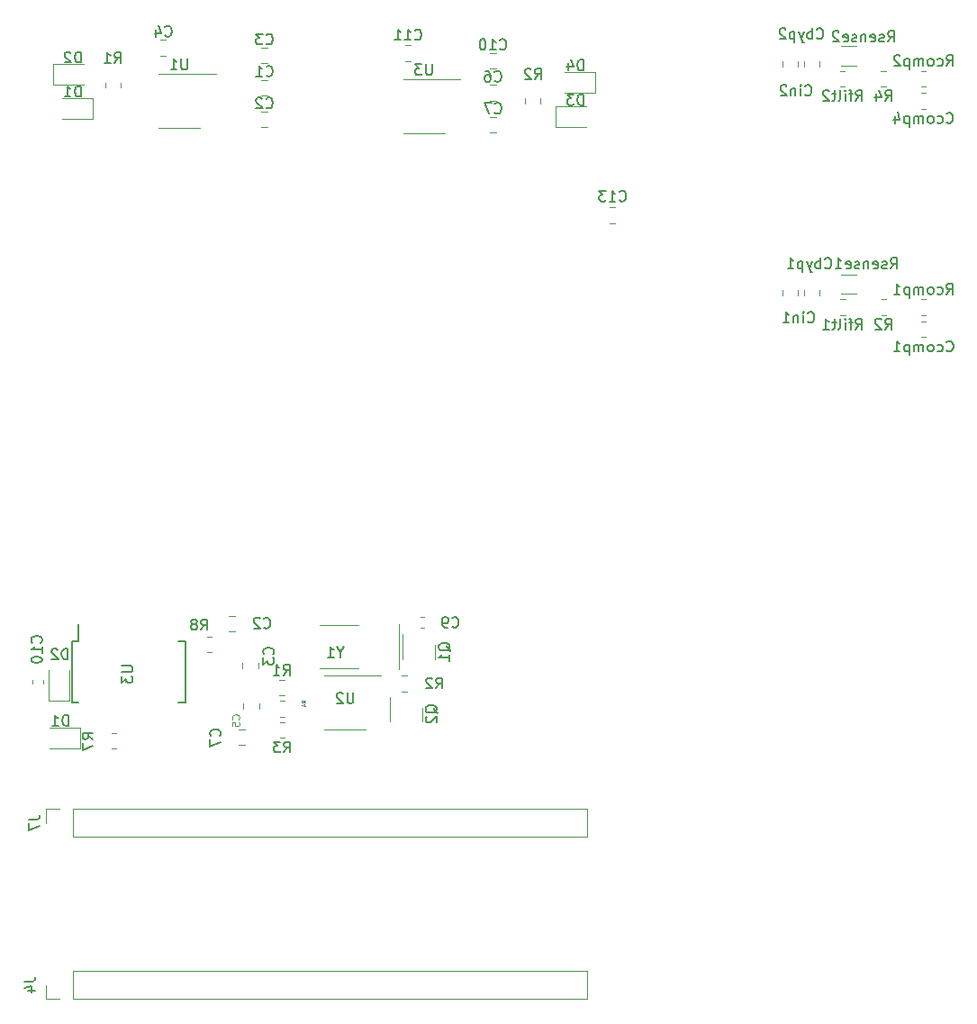
<source format=gbr>
%TF.GenerationSoftware,KiCad,Pcbnew,6.0.7+dfsg-3*%
%TF.CreationDate,2022-10-06T09:03:10-04:00*%
%TF.ProjectId,COMPLETE_PCB,434f4d50-4c45-4544-955f-5043422e6b69,rev?*%
%TF.SameCoordinates,Original*%
%TF.FileFunction,Legend,Bot*%
%TF.FilePolarity,Positive*%
%FSLAX46Y46*%
G04 Gerber Fmt 4.6, Leading zero omitted, Abs format (unit mm)*
G04 Created by KiCad (PCBNEW 6.0.7+dfsg-3) date 2022-10-06 09:03:10*
%MOMM*%
%LPD*%
G01*
G04 APERTURE LIST*
%ADD10C,0.150000*%
%ADD11C,0.100000*%
%ADD12C,0.075000*%
%ADD13C,0.120000*%
G04 APERTURE END LIST*
D10*
%TO.C,U3*%
X36563580Y-88632194D02*
X37373104Y-88632194D01*
X37468342Y-88679813D01*
X37515961Y-88727432D01*
X37563580Y-88822670D01*
X37563580Y-89013146D01*
X37515961Y-89108384D01*
X37468342Y-89156003D01*
X37373104Y-89203622D01*
X36563580Y-89203622D01*
X36563580Y-89584575D02*
X36563580Y-90203622D01*
X36944533Y-89870289D01*
X36944533Y-90013146D01*
X36992152Y-90108384D01*
X37039771Y-90156003D01*
X37135009Y-90203622D01*
X37373104Y-90203622D01*
X37468342Y-90156003D01*
X37515961Y-90108384D01*
X37563580Y-90013146D01*
X37563580Y-89727432D01*
X37515961Y-89632194D01*
X37468342Y-89584575D01*
%TO.C,C1*%
X50126666Y-33117142D02*
X50174285Y-33164761D01*
X50317142Y-33212380D01*
X50412380Y-33212380D01*
X50555238Y-33164761D01*
X50650476Y-33069523D01*
X50698095Y-32974285D01*
X50745714Y-32783809D01*
X50745714Y-32640952D01*
X50698095Y-32450476D01*
X50650476Y-32355238D01*
X50555238Y-32260000D01*
X50412380Y-32212380D01*
X50317142Y-32212380D01*
X50174285Y-32260000D01*
X50126666Y-32307619D01*
X49174285Y-33212380D02*
X49745714Y-33212380D01*
X49460000Y-33212380D02*
X49460000Y-32212380D01*
X49555238Y-32355238D01*
X49650476Y-32450476D01*
X49745714Y-32498095D01*
%TO.C,R2*%
X75376666Y-33462380D02*
X75710000Y-32986190D01*
X75948095Y-33462380D02*
X75948095Y-32462380D01*
X75567142Y-32462380D01*
X75471904Y-32510000D01*
X75424285Y-32557619D01*
X75376666Y-32652857D01*
X75376666Y-32795714D01*
X75424285Y-32890952D01*
X75471904Y-32938571D01*
X75567142Y-32986190D01*
X75948095Y-32986190D01*
X74995714Y-32557619D02*
X74948095Y-32510000D01*
X74852857Y-32462380D01*
X74614761Y-32462380D01*
X74519523Y-32510000D01*
X74471904Y-32557619D01*
X74424285Y-32652857D01*
X74424285Y-32748095D01*
X74471904Y-32890952D01*
X75043333Y-33462380D01*
X74424285Y-33462380D01*
%TO.C,Rcomp1*%
X114104166Y-53693053D02*
X114437500Y-53216863D01*
X114675595Y-53693053D02*
X114675595Y-52693053D01*
X114294642Y-52693053D01*
X114199404Y-52740673D01*
X114151785Y-52788292D01*
X114104166Y-52883530D01*
X114104166Y-53026387D01*
X114151785Y-53121625D01*
X114199404Y-53169244D01*
X114294642Y-53216863D01*
X114675595Y-53216863D01*
X113247023Y-53645434D02*
X113342261Y-53693053D01*
X113532738Y-53693053D01*
X113627976Y-53645434D01*
X113675595Y-53597815D01*
X113723214Y-53502577D01*
X113723214Y-53216863D01*
X113675595Y-53121625D01*
X113627976Y-53074006D01*
X113532738Y-53026387D01*
X113342261Y-53026387D01*
X113247023Y-53074006D01*
X112675595Y-53693053D02*
X112770833Y-53645434D01*
X112818452Y-53597815D01*
X112866071Y-53502577D01*
X112866071Y-53216863D01*
X112818452Y-53121625D01*
X112770833Y-53074006D01*
X112675595Y-53026387D01*
X112532738Y-53026387D01*
X112437500Y-53074006D01*
X112389880Y-53121625D01*
X112342261Y-53216863D01*
X112342261Y-53502577D01*
X112389880Y-53597815D01*
X112437500Y-53645434D01*
X112532738Y-53693053D01*
X112675595Y-53693053D01*
X111913690Y-53693053D02*
X111913690Y-53026387D01*
X111913690Y-53121625D02*
X111866071Y-53074006D01*
X111770833Y-53026387D01*
X111627976Y-53026387D01*
X111532738Y-53074006D01*
X111485119Y-53169244D01*
X111485119Y-53693053D01*
X111485119Y-53169244D02*
X111437500Y-53074006D01*
X111342261Y-53026387D01*
X111199404Y-53026387D01*
X111104166Y-53074006D01*
X111056547Y-53169244D01*
X111056547Y-53693053D01*
X110580357Y-53026387D02*
X110580357Y-54026387D01*
X110580357Y-53074006D02*
X110485119Y-53026387D01*
X110294642Y-53026387D01*
X110199404Y-53074006D01*
X110151785Y-53121625D01*
X110104166Y-53216863D01*
X110104166Y-53502577D01*
X110151785Y-53597815D01*
X110199404Y-53645434D01*
X110294642Y-53693053D01*
X110485119Y-53693053D01*
X110580357Y-53645434D01*
X109151785Y-53693053D02*
X109723214Y-53693053D01*
X109437500Y-53693053D02*
X109437500Y-52693053D01*
X109532738Y-52835911D01*
X109627976Y-52931149D01*
X109723214Y-52978768D01*
%TO.C,Cin2*%
X100806142Y-34935315D02*
X100853761Y-34982934D01*
X100996619Y-35030553D01*
X101091857Y-35030553D01*
X101234714Y-34982934D01*
X101329952Y-34887696D01*
X101377571Y-34792458D01*
X101425190Y-34601982D01*
X101425190Y-34459125D01*
X101377571Y-34268649D01*
X101329952Y-34173411D01*
X101234714Y-34078173D01*
X101091857Y-34030553D01*
X100996619Y-34030553D01*
X100853761Y-34078173D01*
X100806142Y-34125792D01*
X100377571Y-35030553D02*
X100377571Y-34363887D01*
X100377571Y-34030553D02*
X100425190Y-34078173D01*
X100377571Y-34125792D01*
X100329952Y-34078173D01*
X100377571Y-34030553D01*
X100377571Y-34125792D01*
X99901380Y-34363887D02*
X99901380Y-35030553D01*
X99901380Y-34459125D02*
X99853761Y-34411506D01*
X99758523Y-34363887D01*
X99615666Y-34363887D01*
X99520428Y-34411506D01*
X99472809Y-34506744D01*
X99472809Y-35030553D01*
X99044238Y-34125792D02*
X98996619Y-34078173D01*
X98901380Y-34030553D01*
X98663285Y-34030553D01*
X98568047Y-34078173D01*
X98520428Y-34125792D01*
X98472809Y-34221030D01*
X98472809Y-34316268D01*
X98520428Y-34459125D01*
X99091857Y-35030553D01*
X98472809Y-35030553D01*
%TO.C,D3*%
X79948095Y-35902380D02*
X79948095Y-34902380D01*
X79710000Y-34902380D01*
X79567142Y-34950000D01*
X79471904Y-35045238D01*
X79424285Y-35140476D01*
X79376666Y-35330952D01*
X79376666Y-35473809D01*
X79424285Y-35664285D01*
X79471904Y-35759523D01*
X79567142Y-35854761D01*
X79710000Y-35902380D01*
X79948095Y-35902380D01*
X79043333Y-34902380D02*
X78424285Y-34902380D01*
X78757619Y-35283333D01*
X78614761Y-35283333D01*
X78519523Y-35330952D01*
X78471904Y-35378571D01*
X78424285Y-35473809D01*
X78424285Y-35711904D01*
X78471904Y-35807142D01*
X78519523Y-35854761D01*
X78614761Y-35902380D01*
X78900476Y-35902380D01*
X78995714Y-35854761D01*
X79043333Y-35807142D01*
%TO.C,C4*%
X40626666Y-29367142D02*
X40674285Y-29414761D01*
X40817142Y-29462380D01*
X40912380Y-29462380D01*
X41055238Y-29414761D01*
X41150476Y-29319523D01*
X41198095Y-29224285D01*
X41245714Y-29033809D01*
X41245714Y-28890952D01*
X41198095Y-28700476D01*
X41150476Y-28605238D01*
X41055238Y-28510000D01*
X40912380Y-28462380D01*
X40817142Y-28462380D01*
X40674285Y-28510000D01*
X40626666Y-28557619D01*
X39769523Y-28795714D02*
X39769523Y-29462380D01*
X40007619Y-28414761D02*
X40245714Y-29129047D01*
X39626666Y-29129047D01*
%TO.C,Rcomp2*%
X114101666Y-32220553D02*
X114435000Y-31744363D01*
X114673095Y-32220553D02*
X114673095Y-31220553D01*
X114292142Y-31220553D01*
X114196904Y-31268173D01*
X114149285Y-31315792D01*
X114101666Y-31411030D01*
X114101666Y-31553887D01*
X114149285Y-31649125D01*
X114196904Y-31696744D01*
X114292142Y-31744363D01*
X114673095Y-31744363D01*
X113244523Y-32172934D02*
X113339761Y-32220553D01*
X113530238Y-32220553D01*
X113625476Y-32172934D01*
X113673095Y-32125315D01*
X113720714Y-32030077D01*
X113720714Y-31744363D01*
X113673095Y-31649125D01*
X113625476Y-31601506D01*
X113530238Y-31553887D01*
X113339761Y-31553887D01*
X113244523Y-31601506D01*
X112673095Y-32220553D02*
X112768333Y-32172934D01*
X112815952Y-32125315D01*
X112863571Y-32030077D01*
X112863571Y-31744363D01*
X112815952Y-31649125D01*
X112768333Y-31601506D01*
X112673095Y-31553887D01*
X112530238Y-31553887D01*
X112435000Y-31601506D01*
X112387380Y-31649125D01*
X112339761Y-31744363D01*
X112339761Y-32030077D01*
X112387380Y-32125315D01*
X112435000Y-32172934D01*
X112530238Y-32220553D01*
X112673095Y-32220553D01*
X111911190Y-32220553D02*
X111911190Y-31553887D01*
X111911190Y-31649125D02*
X111863571Y-31601506D01*
X111768333Y-31553887D01*
X111625476Y-31553887D01*
X111530238Y-31601506D01*
X111482619Y-31696744D01*
X111482619Y-32220553D01*
X111482619Y-31696744D02*
X111435000Y-31601506D01*
X111339761Y-31553887D01*
X111196904Y-31553887D01*
X111101666Y-31601506D01*
X111054047Y-31696744D01*
X111054047Y-32220553D01*
X110577857Y-31553887D02*
X110577857Y-32553887D01*
X110577857Y-31601506D02*
X110482619Y-31553887D01*
X110292142Y-31553887D01*
X110196904Y-31601506D01*
X110149285Y-31649125D01*
X110101666Y-31744363D01*
X110101666Y-32030077D01*
X110149285Y-32125315D01*
X110196904Y-32172934D01*
X110292142Y-32220553D01*
X110482619Y-32220553D01*
X110577857Y-32172934D01*
X109720714Y-31315792D02*
X109673095Y-31268173D01*
X109577857Y-31220553D01*
X109339761Y-31220553D01*
X109244523Y-31268173D01*
X109196904Y-31315792D01*
X109149285Y-31411030D01*
X109149285Y-31506268D01*
X109196904Y-31649125D01*
X109768333Y-32220553D01*
X109149285Y-32220553D01*
%TO.C,Rfilt1*%
X105575595Y-56993053D02*
X105908928Y-56516863D01*
X106147023Y-56993053D02*
X106147023Y-55993053D01*
X105766071Y-55993053D01*
X105670833Y-56040673D01*
X105623214Y-56088292D01*
X105575595Y-56183530D01*
X105575595Y-56326387D01*
X105623214Y-56421625D01*
X105670833Y-56469244D01*
X105766071Y-56516863D01*
X106147023Y-56516863D01*
X105289880Y-56326387D02*
X104908928Y-56326387D01*
X105147023Y-56993053D02*
X105147023Y-56135911D01*
X105099404Y-56040673D01*
X105004166Y-55993053D01*
X104908928Y-55993053D01*
X104575595Y-56993053D02*
X104575595Y-56326387D01*
X104575595Y-55993053D02*
X104623214Y-56040673D01*
X104575595Y-56088292D01*
X104527976Y-56040673D01*
X104575595Y-55993053D01*
X104575595Y-56088292D01*
X103956547Y-56993053D02*
X104051785Y-56945434D01*
X104099404Y-56850196D01*
X104099404Y-55993053D01*
X103718452Y-56326387D02*
X103337500Y-56326387D01*
X103575595Y-55993053D02*
X103575595Y-56850196D01*
X103527976Y-56945434D01*
X103432738Y-56993053D01*
X103337500Y-56993053D01*
X102480357Y-56993053D02*
X103051785Y-56993053D01*
X102766071Y-56993053D02*
X102766071Y-55993053D01*
X102861309Y-56135911D01*
X102956547Y-56231149D01*
X103051785Y-56278768D01*
%TO.C,Ccomp1*%
X114104166Y-58987815D02*
X114151785Y-59035434D01*
X114294642Y-59083053D01*
X114389880Y-59083053D01*
X114532738Y-59035434D01*
X114627976Y-58940196D01*
X114675595Y-58844958D01*
X114723214Y-58654482D01*
X114723214Y-58511625D01*
X114675595Y-58321149D01*
X114627976Y-58225911D01*
X114532738Y-58130673D01*
X114389880Y-58083053D01*
X114294642Y-58083053D01*
X114151785Y-58130673D01*
X114104166Y-58178292D01*
X113247023Y-59035434D02*
X113342261Y-59083053D01*
X113532738Y-59083053D01*
X113627976Y-59035434D01*
X113675595Y-58987815D01*
X113723214Y-58892577D01*
X113723214Y-58606863D01*
X113675595Y-58511625D01*
X113627976Y-58464006D01*
X113532738Y-58416387D01*
X113342261Y-58416387D01*
X113247023Y-58464006D01*
X112675595Y-59083053D02*
X112770833Y-59035434D01*
X112818452Y-58987815D01*
X112866071Y-58892577D01*
X112866071Y-58606863D01*
X112818452Y-58511625D01*
X112770833Y-58464006D01*
X112675595Y-58416387D01*
X112532738Y-58416387D01*
X112437500Y-58464006D01*
X112389880Y-58511625D01*
X112342261Y-58606863D01*
X112342261Y-58892577D01*
X112389880Y-58987815D01*
X112437500Y-59035434D01*
X112532738Y-59083053D01*
X112675595Y-59083053D01*
X111913690Y-59083053D02*
X111913690Y-58416387D01*
X111913690Y-58511625D02*
X111866071Y-58464006D01*
X111770833Y-58416387D01*
X111627976Y-58416387D01*
X111532738Y-58464006D01*
X111485119Y-58559244D01*
X111485119Y-59083053D01*
X111485119Y-58559244D02*
X111437500Y-58464006D01*
X111342261Y-58416387D01*
X111199404Y-58416387D01*
X111104166Y-58464006D01*
X111056547Y-58559244D01*
X111056547Y-59083053D01*
X110580357Y-58416387D02*
X110580357Y-59416387D01*
X110580357Y-58464006D02*
X110485119Y-58416387D01*
X110294642Y-58416387D01*
X110199404Y-58464006D01*
X110151785Y-58511625D01*
X110104166Y-58606863D01*
X110104166Y-58892577D01*
X110151785Y-58987815D01*
X110199404Y-59035434D01*
X110294642Y-59083053D01*
X110485119Y-59083053D01*
X110580357Y-59035434D01*
X109151785Y-59083053D02*
X109723214Y-59083053D01*
X109437500Y-59083053D02*
X109437500Y-58083053D01*
X109532738Y-58225911D01*
X109627976Y-58321149D01*
X109723214Y-58368768D01*
%TO.C,Rfilt2*%
X105573095Y-35520553D02*
X105906428Y-35044363D01*
X106144523Y-35520553D02*
X106144523Y-34520553D01*
X105763571Y-34520553D01*
X105668333Y-34568173D01*
X105620714Y-34615792D01*
X105573095Y-34711030D01*
X105573095Y-34853887D01*
X105620714Y-34949125D01*
X105668333Y-34996744D01*
X105763571Y-35044363D01*
X106144523Y-35044363D01*
X105287380Y-34853887D02*
X104906428Y-34853887D01*
X105144523Y-35520553D02*
X105144523Y-34663411D01*
X105096904Y-34568173D01*
X105001666Y-34520553D01*
X104906428Y-34520553D01*
X104573095Y-35520553D02*
X104573095Y-34853887D01*
X104573095Y-34520553D02*
X104620714Y-34568173D01*
X104573095Y-34615792D01*
X104525476Y-34568173D01*
X104573095Y-34520553D01*
X104573095Y-34615792D01*
X103954047Y-35520553D02*
X104049285Y-35472934D01*
X104096904Y-35377696D01*
X104096904Y-34520553D01*
X103715952Y-34853887D02*
X103335000Y-34853887D01*
X103573095Y-34520553D02*
X103573095Y-35377696D01*
X103525476Y-35472934D01*
X103430238Y-35520553D01*
X103335000Y-35520553D01*
X103049285Y-34615792D02*
X103001666Y-34568173D01*
X102906428Y-34520553D01*
X102668333Y-34520553D01*
X102573095Y-34568173D01*
X102525476Y-34615792D01*
X102477857Y-34711030D01*
X102477857Y-34806268D01*
X102525476Y-34949125D01*
X103096904Y-35520553D01*
X102477857Y-35520553D01*
%TO.C,R7*%
X33853580Y-95537432D02*
X33377390Y-95204099D01*
X33853580Y-94966003D02*
X32853580Y-94966003D01*
X32853580Y-95346956D01*
X32901200Y-95442194D01*
X32948819Y-95489813D01*
X33044057Y-95537432D01*
X33186914Y-95537432D01*
X33282152Y-95489813D01*
X33329771Y-95442194D01*
X33377390Y-95346956D01*
X33377390Y-94966003D01*
X32853580Y-95870765D02*
X32853580Y-96537432D01*
X33853580Y-96108860D01*
%TO.C,R4*%
X108341666Y-35520553D02*
X108675000Y-35044363D01*
X108913095Y-35520553D02*
X108913095Y-34520553D01*
X108532142Y-34520553D01*
X108436904Y-34568173D01*
X108389285Y-34615792D01*
X108341666Y-34711030D01*
X108341666Y-34853887D01*
X108389285Y-34949125D01*
X108436904Y-34996744D01*
X108532142Y-35044363D01*
X108913095Y-35044363D01*
X107484523Y-34853887D02*
X107484523Y-35520553D01*
X107722619Y-34472934D02*
X107960714Y-35187220D01*
X107341666Y-35187220D01*
%TO.C,R8*%
X44001866Y-85250479D02*
X44335200Y-84774289D01*
X44573295Y-85250479D02*
X44573295Y-84250479D01*
X44192342Y-84250479D01*
X44097104Y-84298099D01*
X44049485Y-84345718D01*
X44001866Y-84440956D01*
X44001866Y-84583813D01*
X44049485Y-84679051D01*
X44097104Y-84726670D01*
X44192342Y-84774289D01*
X44573295Y-84774289D01*
X43430438Y-84679051D02*
X43525676Y-84631432D01*
X43573295Y-84583813D01*
X43620914Y-84488575D01*
X43620914Y-84440956D01*
X43573295Y-84345718D01*
X43525676Y-84298099D01*
X43430438Y-84250479D01*
X43239961Y-84250479D01*
X43144723Y-84298099D01*
X43097104Y-84345718D01*
X43049485Y-84440956D01*
X43049485Y-84488575D01*
X43097104Y-84583813D01*
X43144723Y-84631432D01*
X43239961Y-84679051D01*
X43430438Y-84679051D01*
X43525676Y-84726670D01*
X43573295Y-84774289D01*
X43620914Y-84869527D01*
X43620914Y-85060003D01*
X43573295Y-85155241D01*
X43525676Y-85202860D01*
X43430438Y-85250479D01*
X43239961Y-85250479D01*
X43144723Y-85202860D01*
X43097104Y-85155241D01*
X43049485Y-85060003D01*
X43049485Y-84869527D01*
X43097104Y-84774289D01*
X43144723Y-84726670D01*
X43239961Y-84679051D01*
%TO.C,U1*%
X42721904Y-31562380D02*
X42721904Y-32371904D01*
X42674285Y-32467142D01*
X42626666Y-32514761D01*
X42531428Y-32562380D01*
X42340952Y-32562380D01*
X42245714Y-32514761D01*
X42198095Y-32467142D01*
X42150476Y-32371904D01*
X42150476Y-31562380D01*
X41150476Y-32562380D02*
X41721904Y-32562380D01*
X41436190Y-32562380D02*
X41436190Y-31562380D01*
X41531428Y-31705238D01*
X41626666Y-31800476D01*
X41721904Y-31848095D01*
%TO.C,Cbyp1*%
X102671380Y-51191315D02*
X102719000Y-51238934D01*
X102861857Y-51286553D01*
X102957095Y-51286553D01*
X103099952Y-51238934D01*
X103195190Y-51143696D01*
X103242809Y-51048458D01*
X103290428Y-50857982D01*
X103290428Y-50715125D01*
X103242809Y-50524649D01*
X103195190Y-50429411D01*
X103099952Y-50334173D01*
X102957095Y-50286553D01*
X102861857Y-50286553D01*
X102719000Y-50334173D01*
X102671380Y-50381792D01*
X102242809Y-51286553D02*
X102242809Y-50286553D01*
X102242809Y-50667506D02*
X102147571Y-50619887D01*
X101957095Y-50619887D01*
X101861857Y-50667506D01*
X101814238Y-50715125D01*
X101766619Y-50810363D01*
X101766619Y-51096077D01*
X101814238Y-51191315D01*
X101861857Y-51238934D01*
X101957095Y-51286553D01*
X102147571Y-51286553D01*
X102242809Y-51238934D01*
X101433285Y-50619887D02*
X101195190Y-51286553D01*
X100957095Y-50619887D02*
X101195190Y-51286553D01*
X101290428Y-51524649D01*
X101338047Y-51572268D01*
X101433285Y-51619887D01*
X100576142Y-50619887D02*
X100576142Y-51619887D01*
X100576142Y-50667506D02*
X100480904Y-50619887D01*
X100290428Y-50619887D01*
X100195190Y-50667506D01*
X100147571Y-50715125D01*
X100099952Y-50810363D01*
X100099952Y-51096077D01*
X100147571Y-51191315D01*
X100195190Y-51238934D01*
X100290428Y-51286553D01*
X100480904Y-51286553D01*
X100576142Y-51238934D01*
X99147571Y-51286553D02*
X99719000Y-51286553D01*
X99433285Y-51286553D02*
X99433285Y-50286553D01*
X99528523Y-50429411D01*
X99623761Y-50524649D01*
X99719000Y-50572268D01*
%TO.C,U3*%
X65721904Y-32062380D02*
X65721904Y-32871904D01*
X65674285Y-32967142D01*
X65626666Y-33014761D01*
X65531428Y-33062380D01*
X65340952Y-33062380D01*
X65245714Y-33014761D01*
X65198095Y-32967142D01*
X65150476Y-32871904D01*
X65150476Y-32062380D01*
X64769523Y-32062380D02*
X64150476Y-32062380D01*
X64483809Y-32443333D01*
X64340952Y-32443333D01*
X64245714Y-32490952D01*
X64198095Y-32538571D01*
X64150476Y-32633809D01*
X64150476Y-32871904D01*
X64198095Y-32967142D01*
X64245714Y-33014761D01*
X64340952Y-33062380D01*
X64626666Y-33062380D01*
X64721904Y-33014761D01*
X64769523Y-32967142D01*
D11*
%TO.C,C5*%
X47541200Y-93637432D02*
X47574533Y-93604099D01*
X47607866Y-93504099D01*
X47607866Y-93437432D01*
X47574533Y-93337432D01*
X47507866Y-93270765D01*
X47441200Y-93237432D01*
X47307866Y-93204099D01*
X47207866Y-93204099D01*
X47074533Y-93237432D01*
X47007866Y-93270765D01*
X46941200Y-93337432D01*
X46907866Y-93437432D01*
X46907866Y-93504099D01*
X46941200Y-93604099D01*
X46974533Y-93637432D01*
X46907866Y-94270765D02*
X46907866Y-93937432D01*
X47241200Y-93904099D01*
X47207866Y-93937432D01*
X47174533Y-94004099D01*
X47174533Y-94170765D01*
X47207866Y-94237432D01*
X47241200Y-94270765D01*
X47307866Y-94304099D01*
X47474533Y-94304099D01*
X47541200Y-94270765D01*
X47574533Y-94237432D01*
X47607866Y-94170765D01*
X47607866Y-94004099D01*
X47574533Y-93937432D01*
X47541200Y-93904099D01*
D10*
%TO.C,U2*%
X58323104Y-91136479D02*
X58323104Y-91946003D01*
X58275485Y-92041241D01*
X58227866Y-92088860D01*
X58132628Y-92136479D01*
X57942152Y-92136479D01*
X57846914Y-92088860D01*
X57799295Y-92041241D01*
X57751676Y-91946003D01*
X57751676Y-91136479D01*
X57323104Y-91231718D02*
X57275485Y-91184099D01*
X57180247Y-91136479D01*
X56942152Y-91136479D01*
X56846914Y-91184099D01*
X56799295Y-91231718D01*
X56751676Y-91326956D01*
X56751676Y-91422194D01*
X56799295Y-91565051D01*
X57370723Y-92136479D01*
X56751676Y-92136479D01*
%TO.C,C10*%
X28952342Y-86441241D02*
X28999961Y-86393622D01*
X29047580Y-86250765D01*
X29047580Y-86155527D01*
X28999961Y-86012670D01*
X28904723Y-85917432D01*
X28809485Y-85869813D01*
X28619009Y-85822194D01*
X28476152Y-85822194D01*
X28285676Y-85869813D01*
X28190438Y-85917432D01*
X28095200Y-86012670D01*
X28047580Y-86155527D01*
X28047580Y-86250765D01*
X28095200Y-86393622D01*
X28142819Y-86441241D01*
X29047580Y-87393622D02*
X29047580Y-86822194D01*
X29047580Y-87107908D02*
X28047580Y-87107908D01*
X28190438Y-87012670D01*
X28285676Y-86917432D01*
X28333295Y-86822194D01*
X28047580Y-88012670D02*
X28047580Y-88107908D01*
X28095200Y-88203146D01*
X28142819Y-88250765D01*
X28238057Y-88298384D01*
X28428533Y-88346003D01*
X28666628Y-88346003D01*
X28857104Y-88298384D01*
X28952342Y-88250765D01*
X28999961Y-88203146D01*
X29047580Y-88107908D01*
X29047580Y-88012670D01*
X28999961Y-87917432D01*
X28952342Y-87869813D01*
X28857104Y-87822194D01*
X28666628Y-87774575D01*
X28428533Y-87774575D01*
X28238057Y-87822194D01*
X28142819Y-87869813D01*
X28095200Y-87917432D01*
X28047580Y-88012670D01*
%TO.C,Cbyp2*%
X101909380Y-29601315D02*
X101957000Y-29648934D01*
X102099857Y-29696553D01*
X102195095Y-29696553D01*
X102337952Y-29648934D01*
X102433190Y-29553696D01*
X102480809Y-29458458D01*
X102528428Y-29267982D01*
X102528428Y-29125125D01*
X102480809Y-28934649D01*
X102433190Y-28839411D01*
X102337952Y-28744173D01*
X102195095Y-28696553D01*
X102099857Y-28696553D01*
X101957000Y-28744173D01*
X101909380Y-28791792D01*
X101480809Y-29696553D02*
X101480809Y-28696553D01*
X101480809Y-29077506D02*
X101385571Y-29029887D01*
X101195095Y-29029887D01*
X101099857Y-29077506D01*
X101052238Y-29125125D01*
X101004619Y-29220363D01*
X101004619Y-29506077D01*
X101052238Y-29601315D01*
X101099857Y-29648934D01*
X101195095Y-29696553D01*
X101385571Y-29696553D01*
X101480809Y-29648934D01*
X100671285Y-29029887D02*
X100433190Y-29696553D01*
X100195095Y-29029887D02*
X100433190Y-29696553D01*
X100528428Y-29934649D01*
X100576047Y-29982268D01*
X100671285Y-30029887D01*
X99814142Y-29029887D02*
X99814142Y-30029887D01*
X99814142Y-29077506D02*
X99718904Y-29029887D01*
X99528428Y-29029887D01*
X99433190Y-29077506D01*
X99385571Y-29125125D01*
X99337952Y-29220363D01*
X99337952Y-29506077D01*
X99385571Y-29601315D01*
X99433190Y-29648934D01*
X99528428Y-29696553D01*
X99718904Y-29696553D01*
X99814142Y-29648934D01*
X98957000Y-28791792D02*
X98909380Y-28744173D01*
X98814142Y-28696553D01*
X98576047Y-28696553D01*
X98480809Y-28744173D01*
X98433190Y-28791792D01*
X98385571Y-28887030D01*
X98385571Y-28982268D01*
X98433190Y-29125125D01*
X99004619Y-29696553D01*
X98385571Y-29696553D01*
D12*
%TO.C,R4*%
X53839533Y-92075765D02*
X53672866Y-91959099D01*
X53839533Y-91875765D02*
X53489533Y-91875765D01*
X53489533Y-92009099D01*
X53506200Y-92042432D01*
X53522866Y-92059099D01*
X53556200Y-92075765D01*
X53606200Y-92075765D01*
X53639533Y-92059099D01*
X53656200Y-92042432D01*
X53672866Y-92009099D01*
X53672866Y-91875765D01*
X53606200Y-92375765D02*
X53839533Y-92375765D01*
X53472866Y-92292432D02*
X53722866Y-92209099D01*
X53722866Y-92425765D01*
D10*
%TO.C,C3*%
X50758342Y-87527432D02*
X50805961Y-87479813D01*
X50853580Y-87336956D01*
X50853580Y-87241718D01*
X50805961Y-87098860D01*
X50710723Y-87003622D01*
X50615485Y-86956003D01*
X50425009Y-86908384D01*
X50282152Y-86908384D01*
X50091676Y-86956003D01*
X49996438Y-87003622D01*
X49901200Y-87098860D01*
X49853580Y-87241718D01*
X49853580Y-87336956D01*
X49901200Y-87479813D01*
X49948819Y-87527432D01*
X49853580Y-87860765D02*
X49853580Y-88479813D01*
X50234533Y-88146479D01*
X50234533Y-88289337D01*
X50282152Y-88384575D01*
X50329771Y-88432194D01*
X50425009Y-88479813D01*
X50663104Y-88479813D01*
X50758342Y-88432194D01*
X50805961Y-88384575D01*
X50853580Y-88289337D01*
X50853580Y-88003622D01*
X50805961Y-87908384D01*
X50758342Y-87860765D01*
%TO.C,Cin1*%
X101060142Y-56271315D02*
X101107761Y-56318934D01*
X101250619Y-56366553D01*
X101345857Y-56366553D01*
X101488714Y-56318934D01*
X101583952Y-56223696D01*
X101631571Y-56128458D01*
X101679190Y-55937982D01*
X101679190Y-55795125D01*
X101631571Y-55604649D01*
X101583952Y-55509411D01*
X101488714Y-55414173D01*
X101345857Y-55366553D01*
X101250619Y-55366553D01*
X101107761Y-55414173D01*
X101060142Y-55461792D01*
X100631571Y-56366553D02*
X100631571Y-55699887D01*
X100631571Y-55366553D02*
X100679190Y-55414173D01*
X100631571Y-55461792D01*
X100583952Y-55414173D01*
X100631571Y-55366553D01*
X100631571Y-55461792D01*
X100155380Y-55699887D02*
X100155380Y-56366553D01*
X100155380Y-55795125D02*
X100107761Y-55747506D01*
X100012523Y-55699887D01*
X99869666Y-55699887D01*
X99774428Y-55747506D01*
X99726809Y-55842744D01*
X99726809Y-56366553D01*
X98726809Y-56366553D02*
X99298238Y-56366553D01*
X99012523Y-56366553D02*
X99012523Y-55366553D01*
X99107761Y-55509411D01*
X99203000Y-55604649D01*
X99298238Y-55652268D01*
%TO.C,D4*%
X79948095Y-32652380D02*
X79948095Y-31652380D01*
X79710000Y-31652380D01*
X79567142Y-31700000D01*
X79471904Y-31795238D01*
X79424285Y-31890476D01*
X79376666Y-32080952D01*
X79376666Y-32223809D01*
X79424285Y-32414285D01*
X79471904Y-32509523D01*
X79567142Y-32604761D01*
X79710000Y-32652380D01*
X79948095Y-32652380D01*
X78519523Y-31985714D02*
X78519523Y-32652380D01*
X78757619Y-31604761D02*
X78995714Y-32319047D01*
X78376666Y-32319047D01*
%TO.C,D2*%
X32698095Y-31902380D02*
X32698095Y-30902380D01*
X32460000Y-30902380D01*
X32317142Y-30950000D01*
X32221904Y-31045238D01*
X32174285Y-31140476D01*
X32126666Y-31330952D01*
X32126666Y-31473809D01*
X32174285Y-31664285D01*
X32221904Y-31759523D01*
X32317142Y-31854761D01*
X32460000Y-31902380D01*
X32698095Y-31902380D01*
X31745714Y-30997619D02*
X31698095Y-30950000D01*
X31602857Y-30902380D01*
X31364761Y-30902380D01*
X31269523Y-30950000D01*
X31221904Y-30997619D01*
X31174285Y-31092857D01*
X31174285Y-31188095D01*
X31221904Y-31330952D01*
X31793333Y-31902380D01*
X31174285Y-31902380D01*
%TO.C,D1*%
X32698095Y-35122380D02*
X32698095Y-34122380D01*
X32460000Y-34122380D01*
X32317142Y-34170000D01*
X32221904Y-34265238D01*
X32174285Y-34360476D01*
X32126666Y-34550952D01*
X32126666Y-34693809D01*
X32174285Y-34884285D01*
X32221904Y-34979523D01*
X32317142Y-35074761D01*
X32460000Y-35122380D01*
X32698095Y-35122380D01*
X31174285Y-35122380D02*
X31745714Y-35122380D01*
X31460000Y-35122380D02*
X31460000Y-34122380D01*
X31555238Y-34265238D01*
X31650476Y-34360476D01*
X31745714Y-34408095D01*
%TO.C,C2*%
X50126666Y-36117142D02*
X50174285Y-36164761D01*
X50317142Y-36212380D01*
X50412380Y-36212380D01*
X50555238Y-36164761D01*
X50650476Y-36069523D01*
X50698095Y-35974285D01*
X50745714Y-35783809D01*
X50745714Y-35640952D01*
X50698095Y-35450476D01*
X50650476Y-35355238D01*
X50555238Y-35260000D01*
X50412380Y-35212380D01*
X50317142Y-35212380D01*
X50174285Y-35260000D01*
X50126666Y-35307619D01*
X49745714Y-35307619D02*
X49698095Y-35260000D01*
X49602857Y-35212380D01*
X49364761Y-35212380D01*
X49269523Y-35260000D01*
X49221904Y-35307619D01*
X49174285Y-35402857D01*
X49174285Y-35498095D01*
X49221904Y-35640952D01*
X49793333Y-36212380D01*
X49174285Y-36212380D01*
%TO.C,R2*%
X108344166Y-56993053D02*
X108677500Y-56516863D01*
X108915595Y-56993053D02*
X108915595Y-55993053D01*
X108534642Y-55993053D01*
X108439404Y-56040673D01*
X108391785Y-56088292D01*
X108344166Y-56183530D01*
X108344166Y-56326387D01*
X108391785Y-56421625D01*
X108439404Y-56469244D01*
X108534642Y-56516863D01*
X108915595Y-56516863D01*
X107963214Y-56088292D02*
X107915595Y-56040673D01*
X107820357Y-55993053D01*
X107582261Y-55993053D01*
X107487023Y-56040673D01*
X107439404Y-56088292D01*
X107391785Y-56183530D01*
X107391785Y-56278768D01*
X107439404Y-56421625D01*
X108010833Y-56993053D01*
X107391785Y-56993053D01*
%TO.C,C9*%
X67617866Y-84931241D02*
X67665485Y-84978860D01*
X67808342Y-85026479D01*
X67903580Y-85026479D01*
X68046438Y-84978860D01*
X68141676Y-84883622D01*
X68189295Y-84788384D01*
X68236914Y-84597908D01*
X68236914Y-84455051D01*
X68189295Y-84264575D01*
X68141676Y-84169337D01*
X68046438Y-84074099D01*
X67903580Y-84026479D01*
X67808342Y-84026479D01*
X67665485Y-84074099D01*
X67617866Y-84121718D01*
X67141676Y-85026479D02*
X66951200Y-85026479D01*
X66855961Y-84978860D01*
X66808342Y-84931241D01*
X66713104Y-84788384D01*
X66665485Y-84597908D01*
X66665485Y-84216956D01*
X66713104Y-84121718D01*
X66760723Y-84074099D01*
X66855961Y-84026479D01*
X67046438Y-84026479D01*
X67141676Y-84074099D01*
X67189295Y-84121718D01*
X67236914Y-84216956D01*
X67236914Y-84455051D01*
X67189295Y-84550289D01*
X67141676Y-84597908D01*
X67046438Y-84645527D01*
X66855961Y-84645527D01*
X66760723Y-84597908D01*
X66713104Y-84550289D01*
X66665485Y-84455051D01*
%TO.C,C13*%
X83352857Y-44867142D02*
X83400476Y-44914761D01*
X83543333Y-44962380D01*
X83638571Y-44962380D01*
X83781428Y-44914761D01*
X83876666Y-44819523D01*
X83924285Y-44724285D01*
X83971904Y-44533809D01*
X83971904Y-44390952D01*
X83924285Y-44200476D01*
X83876666Y-44105238D01*
X83781428Y-44010000D01*
X83638571Y-43962380D01*
X83543333Y-43962380D01*
X83400476Y-44010000D01*
X83352857Y-44057619D01*
X82400476Y-44962380D02*
X82971904Y-44962380D01*
X82686190Y-44962380D02*
X82686190Y-43962380D01*
X82781428Y-44105238D01*
X82876666Y-44200476D01*
X82971904Y-44248095D01*
X82067142Y-43962380D02*
X81448095Y-43962380D01*
X81781428Y-44343333D01*
X81638571Y-44343333D01*
X81543333Y-44390952D01*
X81495714Y-44438571D01*
X81448095Y-44533809D01*
X81448095Y-44771904D01*
X81495714Y-44867142D01*
X81543333Y-44914761D01*
X81638571Y-44962380D01*
X81924285Y-44962380D01*
X82019523Y-44914761D01*
X82067142Y-44867142D01*
%TO.C,R1*%
X51767866Y-89496479D02*
X52101200Y-89020289D01*
X52339295Y-89496479D02*
X52339295Y-88496479D01*
X51958342Y-88496479D01*
X51863104Y-88544099D01*
X51815485Y-88591718D01*
X51767866Y-88686956D01*
X51767866Y-88829813D01*
X51815485Y-88925051D01*
X51863104Y-88972670D01*
X51958342Y-89020289D01*
X52339295Y-89020289D01*
X50815485Y-89496479D02*
X51386914Y-89496479D01*
X51101200Y-89496479D02*
X51101200Y-88496479D01*
X51196438Y-88639337D01*
X51291676Y-88734575D01*
X51386914Y-88782194D01*
%TO.C,Q1*%
X67468819Y-87228860D02*
X67421200Y-87133622D01*
X67325961Y-87038384D01*
X67183104Y-86895527D01*
X67135485Y-86800289D01*
X67135485Y-86705051D01*
X67373580Y-86752670D02*
X67325961Y-86657432D01*
X67230723Y-86562194D01*
X67040247Y-86514575D01*
X66706914Y-86514575D01*
X66516438Y-86562194D01*
X66421200Y-86657432D01*
X66373580Y-86752670D01*
X66373580Y-86943146D01*
X66421200Y-87038384D01*
X66516438Y-87133622D01*
X66706914Y-87181241D01*
X67040247Y-87181241D01*
X67230723Y-87133622D01*
X67325961Y-87038384D01*
X67373580Y-86943146D01*
X67373580Y-86752670D01*
X67373580Y-88133622D02*
X67373580Y-87562194D01*
X67373580Y-87847908D02*
X66373580Y-87847908D01*
X66516438Y-87752670D01*
X66611676Y-87657432D01*
X66659295Y-87562194D01*
%TO.C,Q2*%
X66228819Y-93068860D02*
X66181200Y-92973622D01*
X66085961Y-92878384D01*
X65943104Y-92735527D01*
X65895485Y-92640289D01*
X65895485Y-92545051D01*
X66133580Y-92592670D02*
X66085961Y-92497432D01*
X65990723Y-92402194D01*
X65800247Y-92354575D01*
X65466914Y-92354575D01*
X65276438Y-92402194D01*
X65181200Y-92497432D01*
X65133580Y-92592670D01*
X65133580Y-92783146D01*
X65181200Y-92878384D01*
X65276438Y-92973622D01*
X65466914Y-93021241D01*
X65800247Y-93021241D01*
X65990723Y-92973622D01*
X66085961Y-92878384D01*
X66133580Y-92783146D01*
X66133580Y-92592670D01*
X65228819Y-93402194D02*
X65181200Y-93449813D01*
X65133580Y-93545051D01*
X65133580Y-93783146D01*
X65181200Y-93878384D01*
X65228819Y-93926003D01*
X65324057Y-93973622D01*
X65419295Y-93973622D01*
X65562152Y-93926003D01*
X66133580Y-93354575D01*
X66133580Y-93973622D01*
%TO.C,C7*%
X45758342Y-95207432D02*
X45805961Y-95159813D01*
X45853580Y-95016956D01*
X45853580Y-94921718D01*
X45805961Y-94778860D01*
X45710723Y-94683622D01*
X45615485Y-94636003D01*
X45425009Y-94588384D01*
X45282152Y-94588384D01*
X45091676Y-94636003D01*
X44996438Y-94683622D01*
X44901200Y-94778860D01*
X44853580Y-94921718D01*
X44853580Y-95016956D01*
X44901200Y-95159813D01*
X44948819Y-95207432D01*
X44853580Y-95540765D02*
X44853580Y-96207432D01*
X45853580Y-95778860D01*
%TO.C,Y1*%
X57097390Y-87350289D02*
X57097390Y-87826479D01*
X57430723Y-86826479D02*
X57097390Y-87350289D01*
X56764057Y-86826479D01*
X55906914Y-87826479D02*
X56478342Y-87826479D01*
X56192628Y-87826479D02*
X56192628Y-86826479D01*
X56287866Y-86969337D01*
X56383104Y-87064575D01*
X56478342Y-87112194D01*
%TO.C,J4*%
X27414180Y-118280165D02*
X28128466Y-118280165D01*
X28271323Y-118232546D01*
X28366561Y-118137308D01*
X28414180Y-117994451D01*
X28414180Y-117899213D01*
X27747514Y-119184927D02*
X28414180Y-119184927D01*
X27366561Y-118946832D02*
X28080847Y-118708737D01*
X28080847Y-119327784D01*
%TO.C,D1*%
X31517695Y-94243079D02*
X31517695Y-93243079D01*
X31279600Y-93243079D01*
X31136742Y-93290699D01*
X31041504Y-93385937D01*
X30993885Y-93481175D01*
X30946266Y-93671651D01*
X30946266Y-93814508D01*
X30993885Y-94004984D01*
X31041504Y-94100222D01*
X31136742Y-94195460D01*
X31279600Y-94243079D01*
X31517695Y-94243079D01*
X29993885Y-94243079D02*
X30565314Y-94243079D01*
X30279600Y-94243079D02*
X30279600Y-93243079D01*
X30374838Y-93385937D01*
X30470076Y-93481175D01*
X30565314Y-93528794D01*
%TO.C,C7*%
X71626666Y-36617142D02*
X71674285Y-36664761D01*
X71817142Y-36712380D01*
X71912380Y-36712380D01*
X72055238Y-36664761D01*
X72150476Y-36569523D01*
X72198095Y-36474285D01*
X72245714Y-36283809D01*
X72245714Y-36140952D01*
X72198095Y-35950476D01*
X72150476Y-35855238D01*
X72055238Y-35760000D01*
X71912380Y-35712380D01*
X71817142Y-35712380D01*
X71674285Y-35760000D01*
X71626666Y-35807619D01*
X71293333Y-35712380D02*
X70626666Y-35712380D01*
X71055238Y-36712380D01*
%TO.C,C10*%
X72102857Y-30617142D02*
X72150476Y-30664761D01*
X72293333Y-30712380D01*
X72388571Y-30712380D01*
X72531428Y-30664761D01*
X72626666Y-30569523D01*
X72674285Y-30474285D01*
X72721904Y-30283809D01*
X72721904Y-30140952D01*
X72674285Y-29950476D01*
X72626666Y-29855238D01*
X72531428Y-29760000D01*
X72388571Y-29712380D01*
X72293333Y-29712380D01*
X72150476Y-29760000D01*
X72102857Y-29807619D01*
X71150476Y-30712380D02*
X71721904Y-30712380D01*
X71436190Y-30712380D02*
X71436190Y-29712380D01*
X71531428Y-29855238D01*
X71626666Y-29950476D01*
X71721904Y-29998095D01*
X70531428Y-29712380D02*
X70436190Y-29712380D01*
X70340952Y-29760000D01*
X70293333Y-29807619D01*
X70245714Y-29902857D01*
X70198095Y-30093333D01*
X70198095Y-30331428D01*
X70245714Y-30521904D01*
X70293333Y-30617142D01*
X70340952Y-30664761D01*
X70436190Y-30712380D01*
X70531428Y-30712380D01*
X70626666Y-30664761D01*
X70674285Y-30617142D01*
X70721904Y-30521904D01*
X70769523Y-30331428D01*
X70769523Y-30093333D01*
X70721904Y-29902857D01*
X70674285Y-29807619D01*
X70626666Y-29760000D01*
X70531428Y-29712380D01*
%TO.C,Ccomp4*%
X114101666Y-37515315D02*
X114149285Y-37562934D01*
X114292142Y-37610553D01*
X114387380Y-37610553D01*
X114530238Y-37562934D01*
X114625476Y-37467696D01*
X114673095Y-37372458D01*
X114720714Y-37181982D01*
X114720714Y-37039125D01*
X114673095Y-36848649D01*
X114625476Y-36753411D01*
X114530238Y-36658173D01*
X114387380Y-36610553D01*
X114292142Y-36610553D01*
X114149285Y-36658173D01*
X114101666Y-36705792D01*
X113244523Y-37562934D02*
X113339761Y-37610553D01*
X113530238Y-37610553D01*
X113625476Y-37562934D01*
X113673095Y-37515315D01*
X113720714Y-37420077D01*
X113720714Y-37134363D01*
X113673095Y-37039125D01*
X113625476Y-36991506D01*
X113530238Y-36943887D01*
X113339761Y-36943887D01*
X113244523Y-36991506D01*
X112673095Y-37610553D02*
X112768333Y-37562934D01*
X112815952Y-37515315D01*
X112863571Y-37420077D01*
X112863571Y-37134363D01*
X112815952Y-37039125D01*
X112768333Y-36991506D01*
X112673095Y-36943887D01*
X112530238Y-36943887D01*
X112435000Y-36991506D01*
X112387380Y-37039125D01*
X112339761Y-37134363D01*
X112339761Y-37420077D01*
X112387380Y-37515315D01*
X112435000Y-37562934D01*
X112530238Y-37610553D01*
X112673095Y-37610553D01*
X111911190Y-37610553D02*
X111911190Y-36943887D01*
X111911190Y-37039125D02*
X111863571Y-36991506D01*
X111768333Y-36943887D01*
X111625476Y-36943887D01*
X111530238Y-36991506D01*
X111482619Y-37086744D01*
X111482619Y-37610553D01*
X111482619Y-37086744D02*
X111435000Y-36991506D01*
X111339761Y-36943887D01*
X111196904Y-36943887D01*
X111101666Y-36991506D01*
X111054047Y-37086744D01*
X111054047Y-37610553D01*
X110577857Y-36943887D02*
X110577857Y-37943887D01*
X110577857Y-36991506D02*
X110482619Y-36943887D01*
X110292142Y-36943887D01*
X110196904Y-36991506D01*
X110149285Y-37039125D01*
X110101666Y-37134363D01*
X110101666Y-37420077D01*
X110149285Y-37515315D01*
X110196904Y-37562934D01*
X110292142Y-37610553D01*
X110482619Y-37610553D01*
X110577857Y-37562934D01*
X109244523Y-36943887D02*
X109244523Y-37610553D01*
X109482619Y-36562934D02*
X109720714Y-37277220D01*
X109101666Y-37277220D01*
%TO.C,R1*%
X35876666Y-31962380D02*
X36210000Y-31486190D01*
X36448095Y-31962380D02*
X36448095Y-30962380D01*
X36067142Y-30962380D01*
X35971904Y-31010000D01*
X35924285Y-31057619D01*
X35876666Y-31152857D01*
X35876666Y-31295714D01*
X35924285Y-31390952D01*
X35971904Y-31438571D01*
X36067142Y-31486190D01*
X36448095Y-31486190D01*
X34924285Y-31962380D02*
X35495714Y-31962380D01*
X35210000Y-31962380D02*
X35210000Y-30962380D01*
X35305238Y-31105238D01*
X35400476Y-31200476D01*
X35495714Y-31248095D01*
%TO.C,D2*%
X31469295Y-88026479D02*
X31469295Y-87026479D01*
X31231200Y-87026479D01*
X31088342Y-87074099D01*
X30993104Y-87169337D01*
X30945485Y-87264575D01*
X30897866Y-87455051D01*
X30897866Y-87597908D01*
X30945485Y-87788384D01*
X30993104Y-87883622D01*
X31088342Y-87978860D01*
X31231200Y-88026479D01*
X31469295Y-88026479D01*
X30516914Y-87121718D02*
X30469295Y-87074099D01*
X30374057Y-87026479D01*
X30135961Y-87026479D01*
X30040723Y-87074099D01*
X29993104Y-87121718D01*
X29945485Y-87216956D01*
X29945485Y-87312194D01*
X29993104Y-87455051D01*
X30564533Y-88026479D01*
X29945485Y-88026479D01*
%TO.C,C3*%
X50126666Y-30117142D02*
X50174285Y-30164761D01*
X50317142Y-30212380D01*
X50412380Y-30212380D01*
X50555238Y-30164761D01*
X50650476Y-30069523D01*
X50698095Y-29974285D01*
X50745714Y-29783809D01*
X50745714Y-29640952D01*
X50698095Y-29450476D01*
X50650476Y-29355238D01*
X50555238Y-29260000D01*
X50412380Y-29212380D01*
X50317142Y-29212380D01*
X50174285Y-29260000D01*
X50126666Y-29307619D01*
X49793333Y-29212380D02*
X49174285Y-29212380D01*
X49507619Y-29593333D01*
X49364761Y-29593333D01*
X49269523Y-29640952D01*
X49221904Y-29688571D01*
X49174285Y-29783809D01*
X49174285Y-30021904D01*
X49221904Y-30117142D01*
X49269523Y-30164761D01*
X49364761Y-30212380D01*
X49650476Y-30212380D01*
X49745714Y-30164761D01*
X49793333Y-30117142D01*
%TO.C,Rsense1*%
X108838714Y-51286553D02*
X109172047Y-50810363D01*
X109410142Y-51286553D02*
X109410142Y-50286553D01*
X109029190Y-50286553D01*
X108933952Y-50334173D01*
X108886333Y-50381792D01*
X108838714Y-50477030D01*
X108838714Y-50619887D01*
X108886333Y-50715125D01*
X108933952Y-50762744D01*
X109029190Y-50810363D01*
X109410142Y-50810363D01*
X108457761Y-51238934D02*
X108362523Y-51286553D01*
X108172047Y-51286553D01*
X108076809Y-51238934D01*
X108029190Y-51143696D01*
X108029190Y-51096077D01*
X108076809Y-51000839D01*
X108172047Y-50953220D01*
X108314904Y-50953220D01*
X108410142Y-50905601D01*
X108457761Y-50810363D01*
X108457761Y-50762744D01*
X108410142Y-50667506D01*
X108314904Y-50619887D01*
X108172047Y-50619887D01*
X108076809Y-50667506D01*
X107219666Y-51238934D02*
X107314904Y-51286553D01*
X107505380Y-51286553D01*
X107600619Y-51238934D01*
X107648238Y-51143696D01*
X107648238Y-50762744D01*
X107600619Y-50667506D01*
X107505380Y-50619887D01*
X107314904Y-50619887D01*
X107219666Y-50667506D01*
X107172047Y-50762744D01*
X107172047Y-50857982D01*
X107648238Y-50953220D01*
X106743476Y-50619887D02*
X106743476Y-51286553D01*
X106743476Y-50715125D02*
X106695857Y-50667506D01*
X106600619Y-50619887D01*
X106457761Y-50619887D01*
X106362523Y-50667506D01*
X106314904Y-50762744D01*
X106314904Y-51286553D01*
X105886333Y-51238934D02*
X105791095Y-51286553D01*
X105600619Y-51286553D01*
X105505380Y-51238934D01*
X105457761Y-51143696D01*
X105457761Y-51096077D01*
X105505380Y-51000839D01*
X105600619Y-50953220D01*
X105743476Y-50953220D01*
X105838714Y-50905601D01*
X105886333Y-50810363D01*
X105886333Y-50762744D01*
X105838714Y-50667506D01*
X105743476Y-50619887D01*
X105600619Y-50619887D01*
X105505380Y-50667506D01*
X104648238Y-51238934D02*
X104743476Y-51286553D01*
X104933952Y-51286553D01*
X105029190Y-51238934D01*
X105076809Y-51143696D01*
X105076809Y-50762744D01*
X105029190Y-50667506D01*
X104933952Y-50619887D01*
X104743476Y-50619887D01*
X104648238Y-50667506D01*
X104600619Y-50762744D01*
X104600619Y-50857982D01*
X105076809Y-50953220D01*
X103648238Y-51286553D02*
X104219666Y-51286553D01*
X103933952Y-51286553D02*
X103933952Y-50286553D01*
X104029190Y-50429411D01*
X104124428Y-50524649D01*
X104219666Y-50572268D01*
%TO.C,R3*%
X51799666Y-96755679D02*
X52133000Y-96279489D01*
X52371095Y-96755679D02*
X52371095Y-95755679D01*
X51990142Y-95755679D01*
X51894904Y-95803299D01*
X51847285Y-95850918D01*
X51799666Y-95946156D01*
X51799666Y-96089013D01*
X51847285Y-96184251D01*
X51894904Y-96231870D01*
X51990142Y-96279489D01*
X52371095Y-96279489D01*
X51466333Y-95755679D02*
X50847285Y-95755679D01*
X51180619Y-96136632D01*
X51037761Y-96136632D01*
X50942523Y-96184251D01*
X50894904Y-96231870D01*
X50847285Y-96327108D01*
X50847285Y-96565203D01*
X50894904Y-96660441D01*
X50942523Y-96708060D01*
X51037761Y-96755679D01*
X51323476Y-96755679D01*
X51418714Y-96708060D01*
X51466333Y-96660441D01*
%TO.C,R2*%
X66097866Y-90746479D02*
X66431200Y-90270289D01*
X66669295Y-90746479D02*
X66669295Y-89746479D01*
X66288342Y-89746479D01*
X66193104Y-89794099D01*
X66145485Y-89841718D01*
X66097866Y-89936956D01*
X66097866Y-90079813D01*
X66145485Y-90175051D01*
X66193104Y-90222670D01*
X66288342Y-90270289D01*
X66669295Y-90270289D01*
X65716914Y-89841718D02*
X65669295Y-89794099D01*
X65574057Y-89746479D01*
X65335961Y-89746479D01*
X65240723Y-89794099D01*
X65193104Y-89841718D01*
X65145485Y-89936956D01*
X65145485Y-90032194D01*
X65193104Y-90175051D01*
X65764533Y-90746479D01*
X65145485Y-90746479D01*
%TO.C,J7*%
X27854180Y-103040165D02*
X28568466Y-103040165D01*
X28711323Y-102992546D01*
X28806561Y-102897308D01*
X28854180Y-102754451D01*
X28854180Y-102659213D01*
X27854180Y-103421118D02*
X27854180Y-104087784D01*
X28854180Y-103659213D01*
%TO.C,C6*%
X71626666Y-33617142D02*
X71674285Y-33664761D01*
X71817142Y-33712380D01*
X71912380Y-33712380D01*
X72055238Y-33664761D01*
X72150476Y-33569523D01*
X72198095Y-33474285D01*
X72245714Y-33283809D01*
X72245714Y-33140952D01*
X72198095Y-32950476D01*
X72150476Y-32855238D01*
X72055238Y-32760000D01*
X71912380Y-32712380D01*
X71817142Y-32712380D01*
X71674285Y-32760000D01*
X71626666Y-32807619D01*
X70769523Y-32712380D02*
X70960000Y-32712380D01*
X71055238Y-32760000D01*
X71102857Y-32807619D01*
X71198095Y-32950476D01*
X71245714Y-33140952D01*
X71245714Y-33521904D01*
X71198095Y-33617142D01*
X71150476Y-33664761D01*
X71055238Y-33712380D01*
X70864761Y-33712380D01*
X70769523Y-33664761D01*
X70721904Y-33617142D01*
X70674285Y-33521904D01*
X70674285Y-33283809D01*
X70721904Y-33188571D01*
X70769523Y-33140952D01*
X70864761Y-33093333D01*
X71055238Y-33093333D01*
X71150476Y-33140952D01*
X71198095Y-33188571D01*
X71245714Y-33283809D01*
%TO.C,C11*%
X64102857Y-29687142D02*
X64150476Y-29734761D01*
X64293333Y-29782380D01*
X64388571Y-29782380D01*
X64531428Y-29734761D01*
X64626666Y-29639523D01*
X64674285Y-29544285D01*
X64721904Y-29353809D01*
X64721904Y-29210952D01*
X64674285Y-29020476D01*
X64626666Y-28925238D01*
X64531428Y-28830000D01*
X64388571Y-28782380D01*
X64293333Y-28782380D01*
X64150476Y-28830000D01*
X64102857Y-28877619D01*
X63150476Y-29782380D02*
X63721904Y-29782380D01*
X63436190Y-29782380D02*
X63436190Y-28782380D01*
X63531428Y-28925238D01*
X63626666Y-29020476D01*
X63721904Y-29068095D01*
X62198095Y-29782380D02*
X62769523Y-29782380D01*
X62483809Y-29782380D02*
X62483809Y-28782380D01*
X62579047Y-28925238D01*
X62674285Y-29020476D01*
X62769523Y-29068095D01*
%TO.C,Rsense2*%
X108584714Y-29950553D02*
X108918047Y-29474363D01*
X109156142Y-29950553D02*
X109156142Y-28950553D01*
X108775190Y-28950553D01*
X108679952Y-28998173D01*
X108632333Y-29045792D01*
X108584714Y-29141030D01*
X108584714Y-29283887D01*
X108632333Y-29379125D01*
X108679952Y-29426744D01*
X108775190Y-29474363D01*
X109156142Y-29474363D01*
X108203761Y-29902934D02*
X108108523Y-29950553D01*
X107918047Y-29950553D01*
X107822809Y-29902934D01*
X107775190Y-29807696D01*
X107775190Y-29760077D01*
X107822809Y-29664839D01*
X107918047Y-29617220D01*
X108060904Y-29617220D01*
X108156142Y-29569601D01*
X108203761Y-29474363D01*
X108203761Y-29426744D01*
X108156142Y-29331506D01*
X108060904Y-29283887D01*
X107918047Y-29283887D01*
X107822809Y-29331506D01*
X106965666Y-29902934D02*
X107060904Y-29950553D01*
X107251380Y-29950553D01*
X107346619Y-29902934D01*
X107394238Y-29807696D01*
X107394238Y-29426744D01*
X107346619Y-29331506D01*
X107251380Y-29283887D01*
X107060904Y-29283887D01*
X106965666Y-29331506D01*
X106918047Y-29426744D01*
X106918047Y-29521982D01*
X107394238Y-29617220D01*
X106489476Y-29283887D02*
X106489476Y-29950553D01*
X106489476Y-29379125D02*
X106441857Y-29331506D01*
X106346619Y-29283887D01*
X106203761Y-29283887D01*
X106108523Y-29331506D01*
X106060904Y-29426744D01*
X106060904Y-29950553D01*
X105632333Y-29902934D02*
X105537095Y-29950553D01*
X105346619Y-29950553D01*
X105251380Y-29902934D01*
X105203761Y-29807696D01*
X105203761Y-29760077D01*
X105251380Y-29664839D01*
X105346619Y-29617220D01*
X105489476Y-29617220D01*
X105584714Y-29569601D01*
X105632333Y-29474363D01*
X105632333Y-29426744D01*
X105584714Y-29331506D01*
X105489476Y-29283887D01*
X105346619Y-29283887D01*
X105251380Y-29331506D01*
X104394238Y-29902934D02*
X104489476Y-29950553D01*
X104679952Y-29950553D01*
X104775190Y-29902934D01*
X104822809Y-29807696D01*
X104822809Y-29426744D01*
X104775190Y-29331506D01*
X104679952Y-29283887D01*
X104489476Y-29283887D01*
X104394238Y-29331506D01*
X104346619Y-29426744D01*
X104346619Y-29521982D01*
X104822809Y-29617220D01*
X103965666Y-29045792D02*
X103918047Y-28998173D01*
X103822809Y-28950553D01*
X103584714Y-28950553D01*
X103489476Y-28998173D01*
X103441857Y-29045792D01*
X103394238Y-29141030D01*
X103394238Y-29236268D01*
X103441857Y-29379125D01*
X104013285Y-29950553D01*
X103394238Y-29950553D01*
%TO.C,C2*%
X49917866Y-85001241D02*
X49965485Y-85048860D01*
X50108342Y-85096479D01*
X50203580Y-85096479D01*
X50346438Y-85048860D01*
X50441676Y-84953622D01*
X50489295Y-84858384D01*
X50536914Y-84667908D01*
X50536914Y-84525051D01*
X50489295Y-84334575D01*
X50441676Y-84239337D01*
X50346438Y-84144099D01*
X50203580Y-84096479D01*
X50108342Y-84096479D01*
X49965485Y-84144099D01*
X49917866Y-84191718D01*
X49536914Y-84191718D02*
X49489295Y-84144099D01*
X49394057Y-84096479D01*
X49155961Y-84096479D01*
X49060723Y-84144099D01*
X49013104Y-84191718D01*
X48965485Y-84286956D01*
X48965485Y-84382194D01*
X49013104Y-84525051D01*
X49584533Y-85096479D01*
X48965485Y-85096479D01*
%TO.C,U3*%
X42505400Y-86342699D02*
X41855400Y-86342699D01*
X31855400Y-92092699D02*
X32505400Y-92092699D01*
X31855400Y-86342699D02*
X31855400Y-92092699D01*
X32430400Y-86342699D02*
X32430400Y-84742699D01*
X42505400Y-92092699D02*
X41855400Y-92092699D01*
X42505400Y-86342699D02*
X42505400Y-92092699D01*
X31855400Y-86342699D02*
X32430400Y-86342699D01*
D13*
%TO.C,C1*%
X49698748Y-34995000D02*
X50221252Y-34995000D01*
X49698748Y-33525000D02*
X50221252Y-33525000D01*
%TO.C,R2*%
X74475000Y-35282936D02*
X74475000Y-35737064D01*
X75945000Y-35282936D02*
X75945000Y-35737064D01*
%TO.C,Rcomp1*%
X112164564Y-54155673D02*
X111710436Y-54155673D01*
X112164564Y-55625673D02*
X111710436Y-55625673D01*
%TO.C,Cin2*%
X100140000Y-32329425D02*
X100140000Y-31806921D01*
X98670000Y-32329425D02*
X98670000Y-31806921D01*
%TO.C,D3*%
X77350000Y-36050000D02*
X80210000Y-36050000D01*
X77350000Y-37970000D02*
X77350000Y-36050000D01*
X80210000Y-37970000D02*
X77350000Y-37970000D01*
%TO.C,C4*%
X40721252Y-31245000D02*
X40198748Y-31245000D01*
X40721252Y-29775000D02*
X40198748Y-29775000D01*
%TO.C,Rcomp2*%
X112162064Y-34153173D02*
X111707936Y-34153173D01*
X112162064Y-32683173D02*
X111707936Y-32683173D01*
%TO.C,Rfilt1*%
X104110436Y-55625673D02*
X104564564Y-55625673D01*
X104110436Y-54155673D02*
X104564564Y-54155673D01*
%TO.C,Ccomp1*%
X111710436Y-57715673D02*
X112164564Y-57715673D01*
X111710436Y-56245673D02*
X112164564Y-56245673D01*
%TO.C,Rfilt2*%
X104107936Y-32683173D02*
X104562064Y-32683173D01*
X104107936Y-34153173D02*
X104562064Y-34153173D01*
%TO.C,R7*%
X35594136Y-96399099D02*
X36048264Y-96399099D01*
X35594136Y-94929099D02*
X36048264Y-94929099D01*
%TO.C,R4*%
X107947936Y-34153173D02*
X108402064Y-34153173D01*
X107947936Y-32683173D02*
X108402064Y-32683173D01*
%TO.C,R8*%
X44564136Y-87349099D02*
X45018264Y-87349099D01*
X44564136Y-85879099D02*
X45018264Y-85879099D01*
%TO.C,U1*%
X41960000Y-38070000D02*
X43910000Y-38070000D01*
X41960000Y-32950000D02*
X45410000Y-32950000D01*
X41960000Y-38070000D02*
X40010000Y-38070000D01*
X41960000Y-32950000D02*
X40010000Y-32950000D01*
%TO.C,Cbyp1*%
X102162500Y-53791925D02*
X102162500Y-53269421D01*
X100692500Y-53791925D02*
X100692500Y-53269421D01*
%TO.C,U3*%
X64960000Y-38570000D02*
X66910000Y-38570000D01*
X64960000Y-33450000D02*
X68410000Y-33450000D01*
X64960000Y-33450000D02*
X63010000Y-33450000D01*
X64960000Y-38570000D02*
X63010000Y-38570000D01*
%TO.C,C5*%
X47976200Y-92685351D02*
X47976200Y-92162847D01*
X49446200Y-92685351D02*
X49446200Y-92162847D01*
%TO.C,U2*%
X57500400Y-89502499D02*
X55550400Y-89502499D01*
X57500400Y-94622499D02*
X59450400Y-94622499D01*
X57500400Y-89502499D02*
X60950400Y-89502499D01*
X57500400Y-94622499D02*
X55550400Y-94622499D01*
%TO.C,C10*%
X28181200Y-90260366D02*
X28181200Y-89967832D01*
X29201200Y-90260366D02*
X29201200Y-89967832D01*
%TO.C,Cbyp2*%
X102160000Y-32319425D02*
X102160000Y-31796921D01*
X100690000Y-32319425D02*
X100690000Y-31796921D01*
%TO.C,R4*%
X51400336Y-91933899D02*
X51854464Y-91933899D01*
X51400336Y-93403899D02*
X51854464Y-93403899D01*
%TO.C,C3*%
X49386200Y-88332847D02*
X49386200Y-88855351D01*
X47916200Y-88332847D02*
X47916200Y-88855351D01*
%TO.C,Cin1*%
X100142500Y-53801925D02*
X100142500Y-53279421D01*
X98672500Y-53801925D02*
X98672500Y-53279421D01*
%TO.C,D4*%
X78210000Y-32800000D02*
X81070000Y-32800000D01*
X81070000Y-32800000D02*
X81070000Y-34720000D01*
X81070000Y-34720000D02*
X78210000Y-34720000D01*
%TO.C,D2*%
X32960000Y-33970000D02*
X30100000Y-33970000D01*
X30100000Y-33970000D02*
X30100000Y-32050000D01*
X30100000Y-32050000D02*
X32960000Y-32050000D01*
%TO.C,D1*%
X33820000Y-37220000D02*
X30960000Y-37220000D01*
X30960000Y-35300000D02*
X33820000Y-35300000D01*
X33820000Y-35300000D02*
X33820000Y-37220000D01*
%TO.C,C2*%
X49698748Y-36525000D02*
X50221252Y-36525000D01*
X49698748Y-37995000D02*
X50221252Y-37995000D01*
%TO.C,R2*%
X107950436Y-55625673D02*
X108404564Y-55625673D01*
X107950436Y-54155673D02*
X108404564Y-54155673D01*
%TO.C,C9*%
X64657433Y-85084099D02*
X64949967Y-85084099D01*
X64657433Y-84064099D02*
X64949967Y-84064099D01*
%TO.C,C13*%
X82971252Y-45525000D02*
X82448748Y-45525000D01*
X82971252Y-46995000D02*
X82448748Y-46995000D01*
%TO.C,R1*%
X51828264Y-89959099D02*
X51374136Y-89959099D01*
X51828264Y-91429099D02*
X51374136Y-91429099D01*
%TO.C,Q1*%
X66031200Y-87324099D02*
X66031200Y-86674099D01*
X62911200Y-87324099D02*
X62911200Y-87974099D01*
X66031200Y-87324099D02*
X66031200Y-87974099D01*
X62911200Y-87324099D02*
X62911200Y-85649099D01*
%TO.C,Q2*%
X61723600Y-93211099D02*
X61723600Y-93861099D01*
X64843600Y-93211099D02*
X64843600Y-92561099D01*
X61723600Y-93211099D02*
X61723600Y-91536099D01*
X64843600Y-93211099D02*
X64843600Y-93861099D01*
%TO.C,C7*%
X47579948Y-94619099D02*
X48102452Y-94619099D01*
X47579948Y-96089099D02*
X48102452Y-96089099D01*
%TO.C,Y1*%
X62605800Y-84743099D02*
X62605800Y-88943099D01*
X58792400Y-84793099D02*
X55192400Y-84793099D01*
X58792400Y-88893099D02*
X55192400Y-88893099D01*
%TO.C,J4*%
X29401800Y-118613499D02*
X29401800Y-119943499D01*
X29401800Y-119943499D02*
X30731800Y-119943499D01*
X32001800Y-117283499D02*
X80321800Y-117283499D01*
X32001800Y-119943499D02*
X80321800Y-119943499D01*
X32001800Y-117283499D02*
X32001800Y-119943499D01*
X80321800Y-117283499D02*
X80321800Y-119943499D01*
%TO.C,D1*%
X32639600Y-94480699D02*
X32639600Y-96400699D01*
X29779600Y-94480699D02*
X32639600Y-94480699D01*
X32639600Y-96400699D02*
X29779600Y-96400699D01*
%TO.C,C7*%
X71198748Y-37025000D02*
X71721252Y-37025000D01*
X71198748Y-38495000D02*
X71721252Y-38495000D01*
%TO.C,C10*%
X71198748Y-31025000D02*
X71721252Y-31025000D01*
X71198748Y-32495000D02*
X71721252Y-32495000D01*
%TO.C,Ccomp4*%
X111707936Y-34773173D02*
X112162064Y-34773173D01*
X111707936Y-36243173D02*
X112162064Y-36243173D01*
%TO.C,R1*%
X34975000Y-34237064D02*
X34975000Y-33782936D01*
X36445000Y-34237064D02*
X36445000Y-33782936D01*
%TO.C,D2*%
X31601200Y-89034099D02*
X31601200Y-91894099D01*
X31601200Y-91894099D02*
X29681200Y-91894099D01*
X29681200Y-91894099D02*
X29681200Y-89034099D01*
%TO.C,C3*%
X49698748Y-31995000D02*
X50221252Y-31995000D01*
X49698748Y-30525000D02*
X50221252Y-30525000D01*
%TO.C,Rsense1*%
X105644564Y-53670673D02*
X104190436Y-53670673D01*
X105644564Y-51850673D02*
X104190436Y-51850673D01*
%TO.C,R3*%
X51405936Y-95388299D02*
X51860064Y-95388299D01*
X51405936Y-93918299D02*
X51860064Y-93918299D01*
%TO.C,R2*%
X62904136Y-91019099D02*
X63358264Y-91019099D01*
X62904136Y-89549099D02*
X63358264Y-89549099D01*
%TO.C,J7*%
X29401800Y-102043499D02*
X29401800Y-103373499D01*
X30731800Y-102043499D02*
X29401800Y-102043499D01*
X80321800Y-102043499D02*
X80321800Y-104703499D01*
X32001800Y-102043499D02*
X32001800Y-104703499D01*
X32001800Y-102043499D02*
X80321800Y-102043499D01*
X32001800Y-104703499D02*
X80321800Y-104703499D01*
%TO.C,C6*%
X71198748Y-34025000D02*
X71721252Y-34025000D01*
X71198748Y-35495000D02*
X71721252Y-35495000D01*
%TO.C,C11*%
X63721252Y-31745000D02*
X63198748Y-31745000D01*
X63721252Y-30275000D02*
X63198748Y-30275000D01*
%TO.C,Rsense2*%
X105642064Y-30378173D02*
X104187936Y-30378173D01*
X105642064Y-32198173D02*
X104187936Y-32198173D01*
%TO.C,C2*%
X46649948Y-83909099D02*
X47172452Y-83909099D01*
X46649948Y-85379099D02*
X47172452Y-85379099D01*
%TD*%
M02*

</source>
